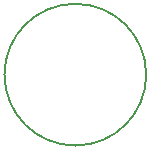
<source format=gbr>
G04 #@! TF.GenerationSoftware,KiCad,Pcbnew,(5.1.4)-1*
G04 #@! TF.CreationDate,2022-04-04T21:48:15-04:00*
G04 #@! TF.ProjectId,CR23 adapter,43523233-2061-4646-9170-7465722e6b69,rev?*
G04 #@! TF.SameCoordinates,Original*
G04 #@! TF.FileFunction,Legend,Top*
G04 #@! TF.FilePolarity,Positive*
%FSLAX46Y46*%
G04 Gerber Fmt 4.6, Leading zero omitted, Abs format (unit mm)*
G04 Created by KiCad (PCBNEW (5.1.4)-1) date 2022-04-04 21:48:15*
%MOMM*%
%LPD*%
G04 APERTURE LIST*
%ADD10C,0.150000*%
G04 APERTURE END LIST*
D10*
X71054800Y-36265800D02*
G75*
G03X71054800Y-36265800I-6000000J0D01*
G01*
M02*

</source>
